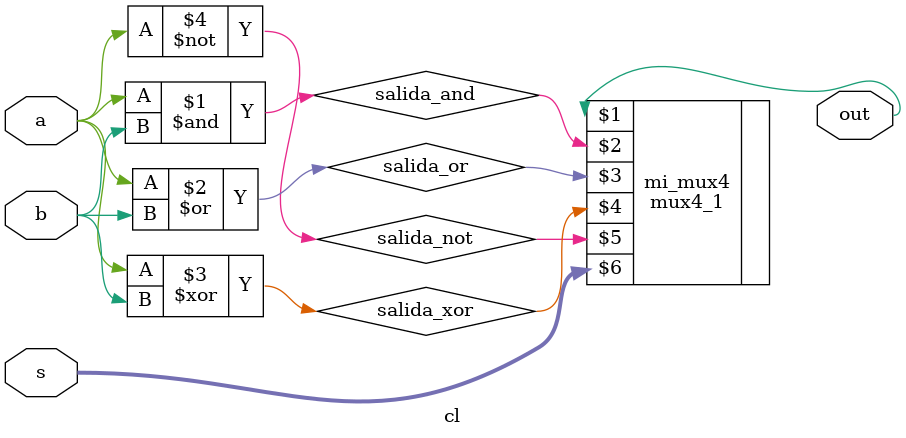
<source format=v>

module cl(output wire out, input wire a, b, input wire [1:0] s);

  wire salida_and, salida_or, salida_xor, salida_not; // definicion de variables

  and  and1(salida_and, a, b); // realizamos las operaciones
  or   or1(salida_or, a, b);
  xor  xor1(salida_xor, a, b);
  not not1(salida_not, a);

  mux4_1 mi_mux4(out, salida_and, salida_or, salida_xor, salida_not, s);

endmodule

</source>
